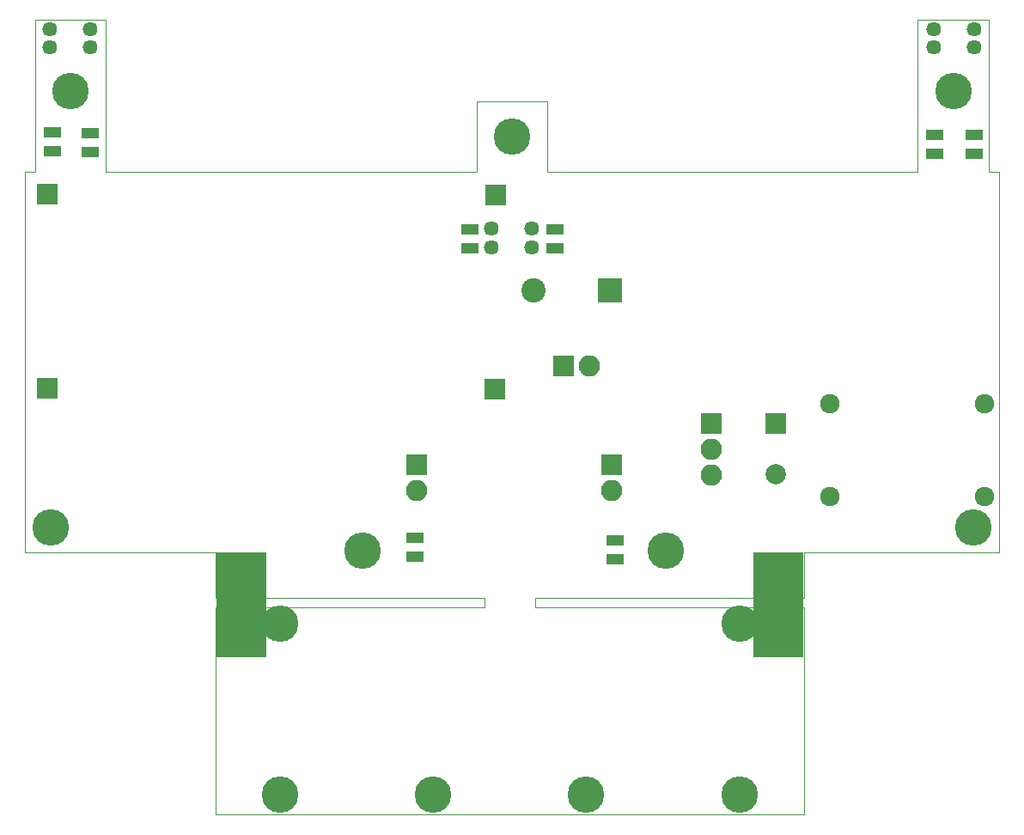
<source format=gbs>
G04 #@! TF.FileFunction,Soldermask,Bot*
%FSLAX46Y46*%
G04 Gerber Fmt 4.6, Leading zero omitted, Abs format (unit mm)*
G04 Created by KiCad (PCBNEW 4.0.7) date 11/25/18 15:18:33*
%MOMM*%
%LPD*%
G01*
G04 APERTURE LIST*
%ADD10C,0.100000*%
%ADD11R,4.900000X10.400000*%
%ADD12C,3.600000*%
%ADD13R,2.400000X2.400000*%
%ADD14C,2.400000*%
%ADD15R,2.000000X2.000000*%
%ADD16C,2.000000*%
%ADD17R,2.100000X2.100000*%
%ADD18O,2.100000X2.100000*%
%ADD19R,1.700000X1.100000*%
%ADD20C,1.924000*%
%ADD21C,1.455599*%
G04 APERTURE END LIST*
D10*
X51540916Y63004441D02*
X88040916Y63004441D01*
X88040916Y63004441D02*
X88040916Y78004441D01*
X40916Y63004441D02*
X1040916Y63004441D01*
X50317400Y20081240D02*
X50317473Y21080131D01*
X8040916Y78004441D02*
X8040916Y63004441D01*
X44540916Y70004441D02*
X51540916Y70004441D01*
X50317473Y20083891D02*
X76793969Y20083891D01*
X40916Y25504441D02*
X18840977Y25504441D01*
X96040916Y25504441D02*
X76793969Y25504441D01*
X88040916Y78004441D02*
X95040916Y78004441D01*
X18840977Y21080131D02*
X18840977Y25504441D01*
X95040916Y78004441D02*
X95040916Y63004441D01*
X18840977Y20083891D02*
X45317473Y20083891D01*
X18840977Y-316109D02*
X18840977Y20083891D01*
X45317473Y21080131D02*
X18840977Y21080131D01*
X40916Y25504441D02*
X40916Y63004441D01*
X1040916Y63004441D02*
X1040916Y78004441D01*
X95040916Y63004441D02*
X96040916Y63004441D01*
X45313600Y20086320D02*
X45317473Y21080131D01*
X44540916Y63004441D02*
X44540916Y70004441D01*
X18840977Y-316109D02*
X76793969Y-316109D01*
X51540916Y63004441D02*
X51540916Y70004441D01*
X76793969Y25504441D02*
X76793969Y21080131D01*
X8040916Y63004441D02*
X44540916Y63004441D01*
X96040916Y63004441D02*
X96040916Y25504441D01*
X76793969Y-316109D02*
X76793969Y20083891D01*
X1040916Y78004441D02*
X8040916Y78004441D01*
X76793969Y21080131D02*
X50317473Y21080131D01*
D11*
X74259440Y20370840D03*
X21366480Y20365760D03*
D12*
X93538040Y28016200D03*
X2555240Y28011120D03*
X25186640Y1686560D03*
X40274240Y1686560D03*
X55361840Y1681480D03*
X70449440Y1681480D03*
X70449440Y18501360D03*
X25191720Y18496280D03*
X63230760Y25689560D03*
X33314640Y25679400D03*
X48041560Y66502280D03*
X91546680Y70982840D03*
D13*
X57663080Y51379120D03*
D14*
X50163080Y51379120D03*
D15*
X74000360Y38196520D03*
D16*
X74000360Y33196520D03*
D17*
X53101240Y43891200D03*
D18*
X55641240Y43891200D03*
D17*
X2245360Y60797440D03*
X46390560Y41640760D03*
X2225040Y41691560D03*
X46426120Y60726320D03*
X57871360Y34122360D03*
D18*
X57871360Y31582360D03*
D17*
X38638480Y34122360D03*
D18*
X38638480Y31582360D03*
D19*
X38506400Y26974840D03*
X38506400Y25074840D03*
X58242200Y26736080D03*
X58242200Y24836080D03*
X43865800Y57368480D03*
X43865800Y55468480D03*
X52242720Y57404040D03*
X52242720Y55504040D03*
X93583760Y66685200D03*
X93583760Y64785200D03*
X89672160Y66715640D03*
X89672160Y64815640D03*
X6482080Y66868080D03*
X6482080Y64968080D03*
X2743200Y66929040D03*
X2743200Y65029040D03*
D17*
X67670680Y38206680D03*
D18*
X67670680Y35666680D03*
X67670680Y33126680D03*
D20*
X94650560Y40137080D03*
X94650560Y30993080D03*
X79410560Y40137080D03*
X79410560Y30997080D03*
D21*
X46000920Y57425160D03*
X50000920Y57425160D03*
X50000920Y55625160D03*
X46000920Y55625160D03*
X93607640Y75284760D03*
X89607640Y75284760D03*
X89607640Y77084760D03*
X93607640Y77084760D03*
X6480560Y75284760D03*
X2480560Y75284760D03*
X2480560Y77084760D03*
X6480560Y77084760D03*
D12*
X4546600Y70967600D03*
M02*

</source>
